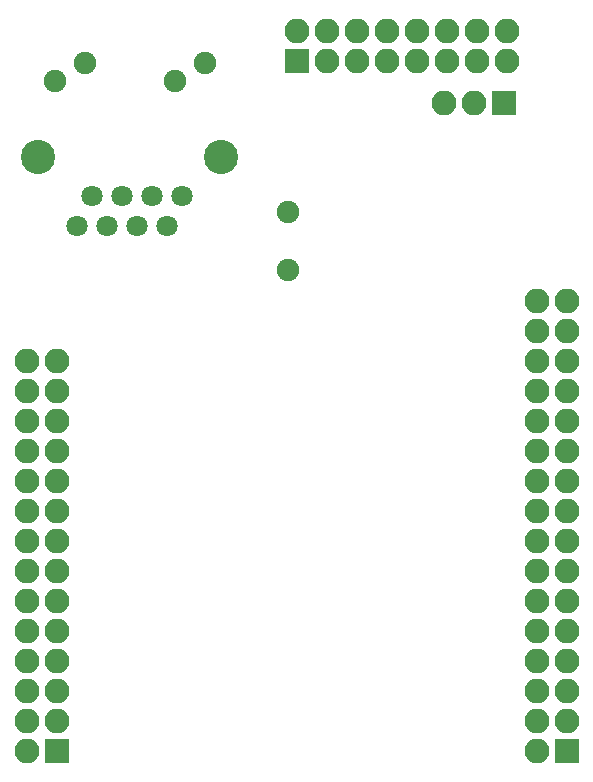
<source format=gbr>
G04 #@! TF.FileFunction,Soldermask,Bot*
%FSLAX46Y46*%
G04 Gerber Fmt 4.6, Leading zero omitted, Abs format (unit mm)*
G04 Created by KiCad (PCBNEW 4.0.2-stable) date 5/15/2017 11:57:14 PM*
%MOMM*%
G01*
G04 APERTURE LIST*
%ADD10C,0.100000*%
%ADD11R,2.100000X2.100000*%
%ADD12O,2.100000X2.100000*%
%ADD13C,1.900000*%
%ADD14C,1.800000*%
%ADD15C,2.900000*%
G04 APERTURE END LIST*
D10*
D11*
X162179000Y-66675000D03*
D12*
X159639000Y-66675000D03*
X157099000Y-66675000D03*
D11*
X167513000Y-121539000D03*
D12*
X164973000Y-121539000D03*
X167513000Y-118999000D03*
X164973000Y-118999000D03*
X167513000Y-116459000D03*
X164973000Y-116459000D03*
X167513000Y-113919000D03*
X164973000Y-113919000D03*
X167513000Y-111379000D03*
X164973000Y-111379000D03*
X167513000Y-108839000D03*
X164973000Y-108839000D03*
X167513000Y-106299000D03*
X164973000Y-106299000D03*
X167513000Y-103759000D03*
X164973000Y-103759000D03*
X167513000Y-101219000D03*
X164973000Y-101219000D03*
X167513000Y-98679000D03*
X164973000Y-98679000D03*
X167513000Y-96139000D03*
X164973000Y-96139000D03*
X167513000Y-93599000D03*
X164973000Y-93599000D03*
X167513000Y-91059000D03*
X164973000Y-91059000D03*
X167513000Y-88519000D03*
X164973000Y-88519000D03*
X167513000Y-85979000D03*
X164973000Y-85979000D03*
X167513000Y-83439000D03*
X164973000Y-83439000D03*
D11*
X144653000Y-63119000D03*
D12*
X144653000Y-60579000D03*
X147193000Y-63119000D03*
X147193000Y-60579000D03*
X149733000Y-63119000D03*
X149733000Y-60579000D03*
X152273000Y-63119000D03*
X152273000Y-60579000D03*
X154813000Y-63119000D03*
X154813000Y-60579000D03*
X157353000Y-63119000D03*
X157353000Y-60579000D03*
X159893000Y-63119000D03*
X159893000Y-60579000D03*
X162433000Y-63119000D03*
X162433000Y-60579000D03*
D11*
X124333000Y-121539000D03*
D12*
X121793000Y-121539000D03*
X124333000Y-118999000D03*
X121793000Y-118999000D03*
X124333000Y-116459000D03*
X121793000Y-116459000D03*
X124333000Y-113919000D03*
X121793000Y-113919000D03*
X124333000Y-111379000D03*
X121793000Y-111379000D03*
X124333000Y-108839000D03*
X121793000Y-108839000D03*
X124333000Y-106299000D03*
X121793000Y-106299000D03*
X124333000Y-103759000D03*
X121793000Y-103759000D03*
X124333000Y-101219000D03*
X121793000Y-101219000D03*
X124333000Y-98679000D03*
X121793000Y-98679000D03*
X124333000Y-96139000D03*
X121793000Y-96139000D03*
X124333000Y-93599000D03*
X121793000Y-93599000D03*
X124333000Y-91059000D03*
X121793000Y-91059000D03*
X124333000Y-88519000D03*
X121793000Y-88519000D03*
D13*
X143891000Y-75946000D03*
X143891000Y-80826000D03*
D14*
X132445000Y-74570000D03*
X134985000Y-74570000D03*
X133715000Y-77110000D03*
X131175000Y-77110000D03*
X129905000Y-74570000D03*
X128635000Y-77110000D03*
X127365000Y-74570000D03*
X126095000Y-77110000D03*
D15*
X138290000Y-71280000D03*
X122790000Y-71280000D03*
D13*
X126755000Y-63330000D03*
X124215000Y-64850000D03*
X136865000Y-63330000D03*
X134325000Y-64850000D03*
M02*

</source>
